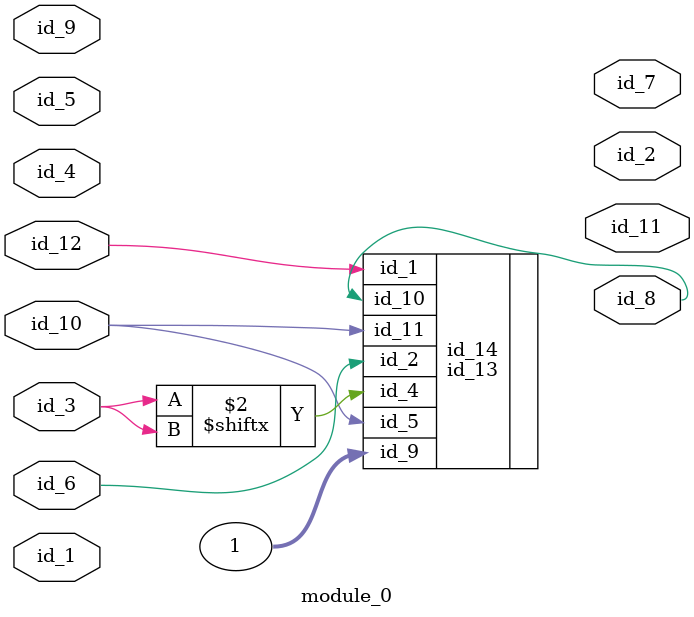
<source format=v>
module module_0 (
    id_1,
    id_2,
    id_3,
    id_4,
    id_5,
    id_6,
    id_7,
    id_8,
    id_9,
    id_10,
    id_11,
    id_12
);
  input id_12;
  output id_11;
  input id_10;
  input id_9;
  output id_8;
  output id_7;
  input id_6;
  input id_5;
  input id_4;
  input id_3;
  output id_2;
  input id_1;
  id_13 id_14 (
      .id_9 (1),
      .id_1 (id_12),
      .id_4 (id_3[id_3]),
      .id_2 (id_6),
      .id_5 (id_10),
      .id_10(1'h0),
      .id_10(id_8),
      .id_11(id_10)
  );
  id_15 id_16 (
      .id_14(id_9),
      .id_9 (id_4)
  );
endmodule

</source>
